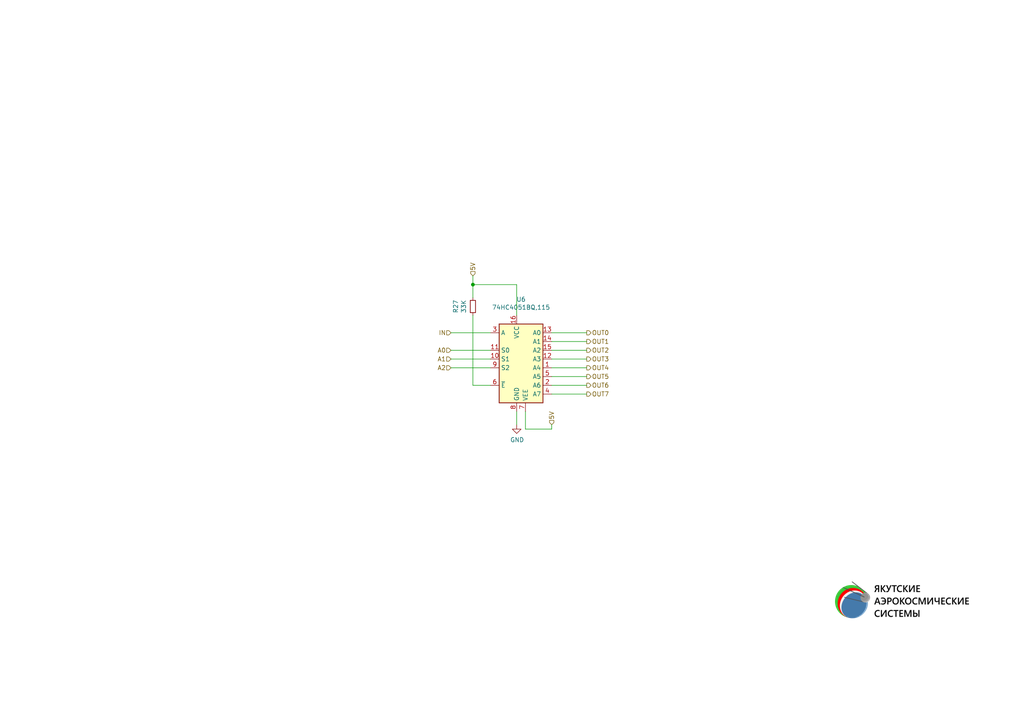
<source format=kicad_sch>
(kicad_sch (version 20211123) (generator eeschema)
  (paper "A4")
  (title_block (title "YktSat Payload Module") (date "2022-01-28") (rev "D3") (company "Sakha Aerospace Systems, LLC") (comment 2 "Designed by: ThePetrovich"))
  (lib_symbols
    (symbol "Device:R_Small" (pin_numbers hide) (pin_names (offset 0.254) hide)
      (property "Reference" "R" (at 0.762 0.508 0))
      (property "Value" "R_Small" (at 0.762 -1.016 0))
      (symbol "R_Small_0_1"
        (rectangle (start -0.762 1.778) (end 0.762 -1.778) (stroke (width 0.2032)))
      )
      (symbol "R_Small_1_1"
        (pin passive line (at 0 2.54 270) (length 0.762) (name "~") (number "1"))
        (pin passive line (at 0 -2.54 90) (length 0.762) (name "~") (number "2"))
      )
    )
    (symbol "power:GND" (power) (pin_names (offset 0))
      (property "Value" "GND" (at 0 -3.81 0))
      (symbol "GND_0_1"
        (polyline (pts (xy 0 0) (xy 0 -1.27) (xy 1.27 -1.27) (xy 0 -2.54) (xy -1.27 -1.27) (xy 0 -1.27)))
      )
      (symbol "GND_1_1"
        (pin power_in line (at 0 0 270) (length 0) hide (name "GND") (number "1"))
      )
    )
    (symbol "yktsat-common:74HC4051BQ,115"
      (property "Reference" "U" (at -5.08 11.43 0))
      (property "Value" "74HC4051BQ,115" (at -7.62 -13.97 0))
      (symbol "74HC4051BQ,115_0_1"
        (rectangle (start -5.08 10.16) (end 7.62 -12.7) (stroke (width 0.254)) (fill (type background)))
      )
      (symbol "74HC4051BQ,115_1_1"
        (pin passive line (at 10.16 -2.54 180) (length 2.54) (name "A4") (number "1"))
        (pin input line (at -7.62 0 0) (length 2.54) (name "S1") (number "10"))
        (pin input line (at -7.62 2.54 0) (length 2.54) (name "S0") (number "11"))
        (pin passive line (at 10.16 0 180) (length 2.54) (name "A3") (number "12"))
        (pin passive line (at 10.16 7.62 180) (length 2.54) (name "A0") (number "13"))
        (pin passive line (at 10.16 5.08 180) (length 2.54) (name "A1") (number "14"))
        (pin passive line (at 10.16 2.54 180) (length 2.54) (name "A2") (number "15"))
        (pin power_in line (at 0 12.7 270) (length 2.54) (name "VCC") (number "16"))
        (pin passive line (at 10.16 -7.62 180) (length 2.54) (name "A6") (number "2"))
        (pin passive line (at -7.62 7.62 0) (length 2.54) (name "A") (number "3"))
        (pin passive line (at 10.16 -10.16 180) (length 2.54) (name "A7") (number "4"))
        (pin passive line (at 10.16 -5.08 180) (length 2.54) (name "A5") (number "5"))
        (pin input line (at -7.62 -7.62 0) (length 2.54) (name "~{E}") (number "6"))
        (pin power_in line (at 2.54 -15.24 90) (length 2.54) (name "VEE") (number "7"))
        (pin power_in line (at 0 -15.24 90) (length 2.54) (name "GND") (number "8"))
        (pin input line (at -7.62 -2.54 0) (length 2.54) (name "S2") (number "9"))
      )
    )
  )
  (junction (at 137.16 82.55))
  (wire (pts (xy 160.02 96.52) (xy 170.18 96.52)))
  (wire (pts (xy 149.86 123.19) (xy 149.86 119.38)))
  (wire (pts (xy 152.4 124.46) (xy 152.4 119.38)))
  (wire (pts (xy 170.18 99.06) (xy 160.02 99.06)))
  (wire (pts (xy 160.02 124.46) (xy 152.4 124.46)))
  (wire (pts (xy 160.02 106.68) (xy 170.18 106.68)))
  (wire (pts (xy 137.16 91.44) (xy 137.16 111.76)))
  (wire (pts (xy 170.18 109.22) (xy 160.02 109.22)))
  (wire (pts (xy 137.16 80.01) (xy 137.16 82.55)))
  (wire (pts (xy 149.86 82.55) (xy 149.86 91.44)))
  (wire (pts (xy 130.81 96.52) (xy 142.24 96.52)))
  (wire (pts (xy 137.16 82.55) (xy 149.86 82.55)))
  (wire (pts (xy 170.18 104.14) (xy 160.02 104.14)))
  (wire (pts (xy 130.81 104.14) (xy 142.24 104.14)))
  (wire (pts (xy 160.02 101.6) (xy 170.18 101.6)))
  (wire (pts (xy 160.02 111.76) (xy 170.18 111.76)))
  (wire (pts (xy 142.24 101.6) (xy 130.81 101.6)))
  (wire (pts (xy 160.02 123.19) (xy 160.02 124.46)))
  (wire (pts (xy 137.16 111.76) (xy 142.24 111.76)))
  (wire (pts (xy 137.16 82.55) (xy 137.16 86.36)))
  (wire (pts (xy 170.18 114.3) (xy 160.02 114.3)))
  (wire (pts (xy 142.24 106.68) (xy 130.81 106.68)))
  (image (at 261.62 173.99))
  (hierarchical_label "IN" (shape input) (at 130.81 96.52 180))
  (hierarchical_label "OUT6" (shape output) (at 170.18 111.76 0))
  (hierarchical_label "A2" (shape input) (at 130.81 106.68 180))
  (hierarchical_label "OUT7" (shape output) (at 170.18 114.3 0))
  (hierarchical_label "5V" (shape input) (at 137.16 80.01 90))
  (hierarchical_label "OUT0" (shape output) (at 170.18 96.52 0))
  (hierarchical_label "OUT4" (shape output) (at 170.18 106.68 0))
  (hierarchical_label "OUT1" (shape output) (at 170.18 99.06 0))
  (hierarchical_label "5V" (shape input) (at 160.02 123.19 90))
  (hierarchical_label "OUT2" (shape output) (at 170.18 101.6 0))
  (hierarchical_label "A1" (shape input) (at 130.81 104.14 180))
  (hierarchical_label "OUT5" (shape output) (at 170.18 109.22 0))
  (hierarchical_label "A0" (shape input) (at 130.81 101.6 180))
  (hierarchical_label "OUT3" (shape output) (at 170.18 104.14 0))
  (symbol (lib_id "Device:R_Small") (at 137.16 88.9 0)
    (property "Reference" "R27" (at 132.1816 88.9 90))
    (property "Value" "33K" (at 134.493 88.9 90))
    (property "Footprint" "Resistor_SMD:R_0402_1005Metric" (effects hide))
  )
  (symbol (lib_id "yktsat-common:74HC4051BQ,115") (at 149.86 104.14 0)
    (property "Reference" "U6" (at 151.13 86.8426 0))
    (property "Value" "74HC4051BQ,115" (at 151.13 89.154 0))
    (property "Footprint" "Package_SO:TSSOP-16_4.4x5mm_P0.65mm" (effects hide))
    (property "Datasheet" "http://www.ti.com/lit/ds/symlink/cd74hc4051.pdf" (effects hide))
  )
  (symbol (lib_id "power:GND") (at 149.86 123.19 0)
    (property "Reference" "#PWR077" (effects hide))
    (property "Value" "GND" (at 149.987 127.5842 0))
  )
)
</source>
